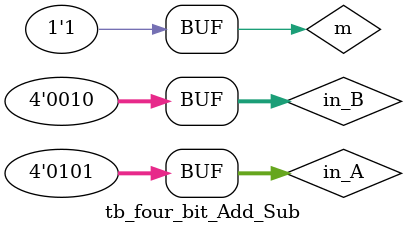
<source format=v>
`timescale 100ps/1ps
module tb_four_bit_Add_Sub();
reg  [3:0] in_A, in_B;
reg  m;
wire [3:0] out_C;
wire carry_out, V;

four_bit_Add_Sub A0(in_A, in_B, out_C, carry_out, m, V);

initial begin
    in_A <=4'd4;
    in_B <=4'd7;
    m <=0;
    #3
    in_A <=4'd13;
    in_B <=4'd12;
    m <=0;
    #3
    in_A <=4'd13;
    in_B <=4'd5;
    m <=1;
    #3
    in_A <=4'd5;
    in_B <=4'd2;
    m <=1;
end
endmodule
</source>
